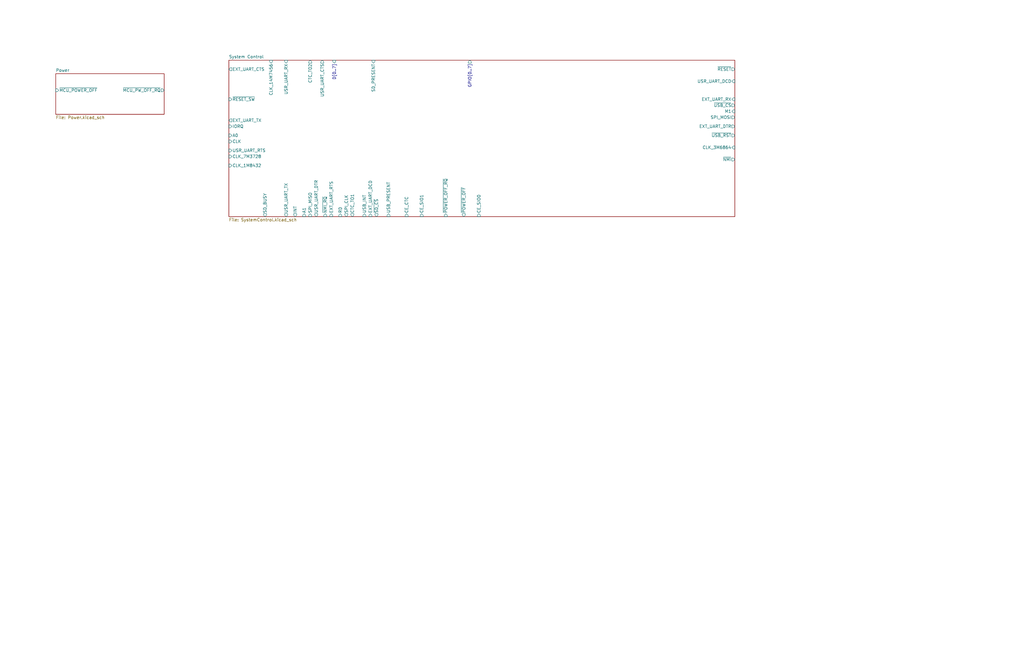
<source format=kicad_sch>
(kicad_sch
	(version 20250114)
	(generator "eeschema")
	(generator_version "9.0")
	(uuid "5593e793-d133-45d0-a91e-72805049e474")
	(paper "USLedger")
	(lib_symbols)
	(sheet
		(at 23.495 31.115)
		(size 45.72 17.145)
		(exclude_from_sim no)
		(in_bom yes)
		(on_board yes)
		(dnp no)
		(fields_autoplaced yes)
		(stroke
			(width 0.1524)
			(type solid)
		)
		(fill
			(color 0 0 0 0.0000)
		)
		(uuid "3988d86f-c93e-49bc-9714-528a8b658c82")
		(property "Sheetname" "Power"
			(at 23.495 30.4034 0)
			(effects
				(font
					(size 1.27 1.27)
				)
				(justify left bottom)
			)
		)
		(property "Sheetfile" "Power.kicad_sch"
			(at 23.495 48.8446 0)
			(effects
				(font
					(size 1.27 1.27)
				)
				(justify left top)
			)
		)
		(pin "~{MCU_POWER_OFF}" input
			(at 23.495 38.1 180)
			(uuid "a1399e53-6679-4154-bb71-e7e2388d9051")
			(effects
				(font
					(size 1.27 1.27)
				)
				(justify left)
			)
		)
		(pin "~{MCU_PW_OFF_RQ}" output
			(at 69.215 38.1 0)
			(uuid "de624966-7aad-4759-bd24-eca4ea9f9649")
			(effects
				(font
					(size 1.27 1.27)
				)
				(justify right)
			)
		)
		(instances
			(project "Z80HomeBrew"
				(path "/5593e793-d133-45d0-a91e-72805049e474"
					(page "2")
				)
			)
		)
	)
	(sheet
		(at 96.52 25.4)
		(size 213.36 66.04)
		(exclude_from_sim no)
		(in_bom yes)
		(on_board yes)
		(dnp no)
		(fields_autoplaced yes)
		(stroke
			(width 0.1524)
			(type solid)
		)
		(fill
			(color 0 0 0 0.0000)
		)
		(uuid "a1a9379e-380a-453b-a773-3c2b5a71d396")
		(property "Sheetname" "System Control"
			(at 96.52 24.6884 0)
			(effects
				(font
					(size 1.27 1.27)
				)
				(justify left bottom)
			)
		)
		(property "Sheetfile" "SystemControl.kicad_sch"
			(at 96.52 92.0246 0)
			(effects
				(font
					(size 1.27 1.27)
				)
				(justify left top)
			)
		)
		(pin "A0" input
			(at 96.52 57.15 180)
			(uuid "929245a2-975d-4cb5-84e7-e3a1c6a81cd6")
			(effects
				(font
					(size 1.27 1.27)
				)
				(justify left)
			)
		)
		(pin "CLK" input
			(at 96.52 59.69 180)
			(uuid "925484dc-7f07-4cac-a6c1-538086ae748c")
			(effects
				(font
					(size 1.27 1.27)
				)
				(justify left)
			)
		)
		(pin "USR_UART_RTS" input
			(at 96.52 63.5 180)
			(uuid "56465b84-bcff-4420-8701-b96103de7e2f")
			(effects
				(font
					(size 1.27 1.27)
				)
				(justify left)
			)
		)
		(pin "CLK_7M3728" input
			(at 96.52 66.04 180)
			(uuid "34165696-d05a-40e0-ba81-346e1405ffb8")
			(effects
				(font
					(size 1.27 1.27)
				)
				(justify left)
			)
		)
		(pin "CLK_1M8432" input
			(at 96.52 69.85 180)
			(uuid "662b4461-52de-4b43-9fef-83e6dd82daec")
			(effects
				(font
					(size 1.27 1.27)
				)
				(justify left)
			)
		)
		(pin "USR_UART_TX" output
			(at 120.65 91.44 270)
			(uuid "7635553b-9e4f-4a32-9559-d4e0981fa953")
			(effects
				(font
					(size 1.27 1.27)
				)
				(justify left)
			)
		)
		(pin "A1" input
			(at 128.27 91.44 270)
			(uuid "9bff7556-8c4c-4cd7-b1ca-4b2cbf6a9378")
			(effects
				(font
					(size 1.27 1.27)
				)
				(justify left)
			)
		)
		(pin "USR_UART_DTR" output
			(at 133.35 91.44 270)
			(uuid "cbcb7708-8b88-4eb2-8c16-94cd63ba443b")
			(effects
				(font
					(size 1.27 1.27)
				)
				(justify left)
			)
		)
		(pin "EXT_UART_RTS" input
			(at 139.7 91.44 270)
			(uuid "5170e4bf-94bc-40e4-8f30-0ab92a21a8a0")
			(effects
				(font
					(size 1.27 1.27)
				)
				(justify left)
			)
		)
		(pin "CTC_TO1" output
			(at 148.59 91.44 270)
			(uuid "b02a931a-003f-46f2-ba9b-dd3ffee0a2fd")
			(effects
				(font
					(size 1.27 1.27)
				)
				(justify left)
			)
		)
		(pin "EXT_UART_DCD" input
			(at 156.21 91.44 270)
			(uuid "f3f6b47b-9881-479a-831d-266d5cd1c79b")
			(effects
				(font
					(size 1.27 1.27)
				)
				(justify left)
			)
		)
		(pin "EXT_UART_DTR" output
			(at 309.88 53.34 0)
			(uuid "b57dc71e-02be-4147-abd9-8e94a5c64265")
			(effects
				(font
					(size 1.27 1.27)
				)
				(justify right)
			)
		)
		(pin "M1" input
			(at 309.88 46.99 0)
			(uuid "32987070-95e6-4478-8457-1fa6b258b26e")
			(effects
				(font
					(size 1.27 1.27)
				)
				(justify right)
			)
		)
		(pin "EXT_UART_RX" input
			(at 309.88 41.91 0)
			(uuid "d61752f5-798a-4e49-85c1-d8f7e0104ab3")
			(effects
				(font
					(size 1.27 1.27)
				)
				(justify right)
			)
		)
		(pin "USR_UART_DCD" input
			(at 309.88 34.29 0)
			(uuid "a47a9342-7ab5-4b88-ae5a-740cc012ff43")
			(effects
				(font
					(size 1.27 1.27)
				)
				(justify right)
			)
		)
		(pin "SD_PRESENT" input
			(at 157.48 25.4 90)
			(uuid "07111541-2c63-43ce-a08d-5ef06a902867")
			(effects
				(font
					(size 1.27 1.27)
				)
				(justify right)
			)
		)
		(pin "D[0..7]" input
			(at 140.97 25.4 90)
			(uuid "c2584273-feab-413a-b437-5225b6390221")
			(effects
				(font
					(size 1.27 1.27)
				)
				(justify right)
			)
		)
		(pin "CTC_TO2" output
			(at 130.81 25.4 90)
			(uuid "7e4daac0-ef2a-40b7-a218-05ba18c59093")
			(effects
				(font
					(size 1.27 1.27)
				)
				(justify right)
			)
		)
		(pin "USR_UART_RX" input
			(at 120.65 25.4 90)
			(uuid "e34da853-5410-46c1-b78f-cd00a6929512")
			(effects
				(font
					(size 1.27 1.27)
				)
				(justify right)
			)
		)
		(pin "CLK_14M7456" input
			(at 114.3 25.4 90)
			(uuid "e0865e5d-622d-49c0-9566-6715d4cf55d7")
			(effects
				(font
					(size 1.27 1.27)
				)
				(justify right)
			)
		)
		(pin "CLK_3M6864" input
			(at 309.88 62.23 0)
			(uuid "7b79ce4a-e7b3-4187-a710-b34e8b36716c")
			(effects
				(font
					(size 1.27 1.27)
				)
				(justify right)
			)
		)
		(pin "USB_PRESENT" input
			(at 163.83 91.44 270)
			(uuid "0821c68e-a447-463e-a187-18b6f9dad0db")
			(effects
				(font
					(size 1.27 1.27)
				)
				(justify left)
			)
		)
		(pin "RD" input
			(at 143.51 91.44 270)
			(uuid "ad5849a1-04b7-4a25-8616-0dde1bf31130")
			(effects
				(font
					(size 1.27 1.27)
				)
				(justify left)
			)
		)
		(pin "EXT_UART_TX" output
			(at 96.52 50.8 180)
			(uuid "35adadee-f513-4cde-8ca2-ff83dcd141b4")
			(effects
				(font
					(size 1.27 1.27)
				)
				(justify left)
			)
		)
		(pin "EXT_UART_CTS" output
			(at 96.52 29.21 180)
			(uuid "e88ee211-b085-45b1-8d5a-b23b82739d6f")
			(effects
				(font
					(size 1.27 1.27)
				)
				(justify left)
			)
		)
		(pin "IORQ" input
			(at 96.52 53.34 180)
			(uuid "a061d065-0c95-4561-8528-772646ee0841")
			(effects
				(font
					(size 1.27 1.27)
				)
				(justify left)
			)
		)
		(pin "INT" output
			(at 124.46 91.44 270)
			(uuid "e799a04c-7fd6-458e-b889-c6ce5d3aaf9f")
			(effects
				(font
					(size 1.27 1.27)
				)
				(justify left)
			)
		)
		(pin "USR_UART_CTS" output
			(at 135.89 25.4 90)
			(uuid "8afff478-c5cc-4d2b-be4d-fabb543720bd")
			(effects
				(font
					(size 1.27 1.27)
				)
				(justify right)
			)
		)
		(pin "~{RESET}" output
			(at 309.88 29.21 0)
			(uuid "33f2b4ca-f780-425a-aa1e-c093b16b1c33")
			(effects
				(font
					(size 1.27 1.27)
				)
				(justify right)
			)
		)
		(pin "~{USB_CS}" output
			(at 309.88 44.45 0)
			(uuid "486c1dd4-9830-403d-9548-d4f1b7083914")
			(effects
				(font
					(size 1.27 1.27)
				)
				(justify right)
			)
		)
		(pin "SPI_MOSI" output
			(at 309.88 49.53 0)
			(uuid "db0b26bb-7302-46a7-b4ad-d16c1d3f8ec9")
			(effects
				(font
					(size 1.27 1.27)
				)
				(justify right)
			)
		)
		(pin "~{USB_RST}" output
			(at 309.88 57.15 0)
			(uuid "062f6bc0-7d05-41e4-8c08-9a357f2366ca")
			(effects
				(font
					(size 1.27 1.27)
				)
				(justify right)
			)
		)
		(pin "~{NMI}" output
			(at 309.88 67.31 0)
			(uuid "75d35e47-25ed-447a-99f7-47a0baec5ead")
			(effects
				(font
					(size 1.27 1.27)
				)
				(justify right)
			)
		)
		(pin "~{SD_CS}" output
			(at 158.75 91.44 270)
			(uuid "4ffe77ba-7792-435d-b902-1ddc0121d29e")
			(effects
				(font
					(size 1.27 1.27)
				)
				(justify left)
			)
		)
		(pin "USB_INT" input
			(at 153.67 91.44 270)
			(uuid "4c214f6d-d918-48de-94de-c148e294aaf4")
			(effects
				(font
					(size 1.27 1.27)
				)
				(justify left)
			)
		)
		(pin "SPI_CLK" output
			(at 146.05 91.44 270)
			(uuid "891bd4be-7cd3-4bef-8604-4ef0a47cb27e")
			(effects
				(font
					(size 1.27 1.27)
				)
				(justify left)
			)
		)
		(pin "~{NMI_RQ}" input
			(at 137.16 91.44 270)
			(uuid "c50e1111-ff95-4fb3-9d23-03bdc324d6ad")
			(effects
				(font
					(size 1.27 1.27)
				)
				(justify left)
			)
		)
		(pin "SPI_MISO" input
			(at 130.81 91.44 270)
			(uuid "ec49964e-ce26-4cad-bfea-b8ebcafe5439")
			(effects
				(font
					(size 1.27 1.27)
				)
				(justify left)
			)
		)
		(pin "SD_BUSY" output
			(at 111.76 91.44 270)
			(uuid "94ed7374-3409-440a-a93b-d4f0bd58837b")
			(effects
				(font
					(size 1.27 1.27)
				)
				(justify left)
			)
		)
		(pin "~{RESET_SW}" input
			(at 96.52 41.91 180)
			(uuid "d47eaec7-c6c6-4ff8-8556-73ec485cecb4")
			(effects
				(font
					(size 1.27 1.27)
				)
				(justify left)
			)
		)
		(pin "CE_SIO0" input
			(at 201.93 91.44 270)
			(uuid "06d34cd6-9ad8-4c7e-a1a3-c02217fd58ed")
			(effects
				(font
					(size 1.27 1.27)
				)
				(justify left)
			)
		)
		(pin "~{POWER_OFF}" output
			(at 195.58 91.44 270)
			(uuid "d91f61e9-87df-46aa-9e54-39a3cbb2f0f4")
			(effects
				(font
					(size 1.27 1.27)
				)
				(justify left)
			)
		)
		(pin "~{POWER_OFF_RQ}" input
			(at 187.96 91.44 270)
			(uuid "ec8b4c2f-f47a-4cbd-a621-34da448deb63")
			(effects
				(font
					(size 1.27 1.27)
				)
				(justify left)
			)
		)
		(pin "CE_SIO1" input
			(at 177.8 91.44 270)
			(uuid "1dfc821f-20bf-4d9e-8ab7-3956d96dedc2")
			(effects
				(font
					(size 1.27 1.27)
				)
				(justify left)
			)
		)
		(pin "CE_CTC" input
			(at 171.45 91.44 270)
			(uuid "cb9ff4b9-3e5d-45ac-9d65-60458601fe8c")
			(effects
				(font
					(size 1.27 1.27)
				)
				(justify left)
			)
		)
		(pin "GPIO[0..7]" output
			(at 198.12 25.4 90)
			(uuid "191bfc1f-6686-40e6-985e-0b7e8d88ba52")
			(effects
				(font
					(size 1.27 1.27)
				)
				(justify right)
			)
		)
		(instances
			(project "Z80HomeBrew"
				(path "/5593e793-d133-45d0-a91e-72805049e474"
					(page "3")
				)
			)
		)
	)
	(sheet_instances
		(path "/"
			(page "1")
		)
	)
	(embedded_fonts no)
)

</source>
